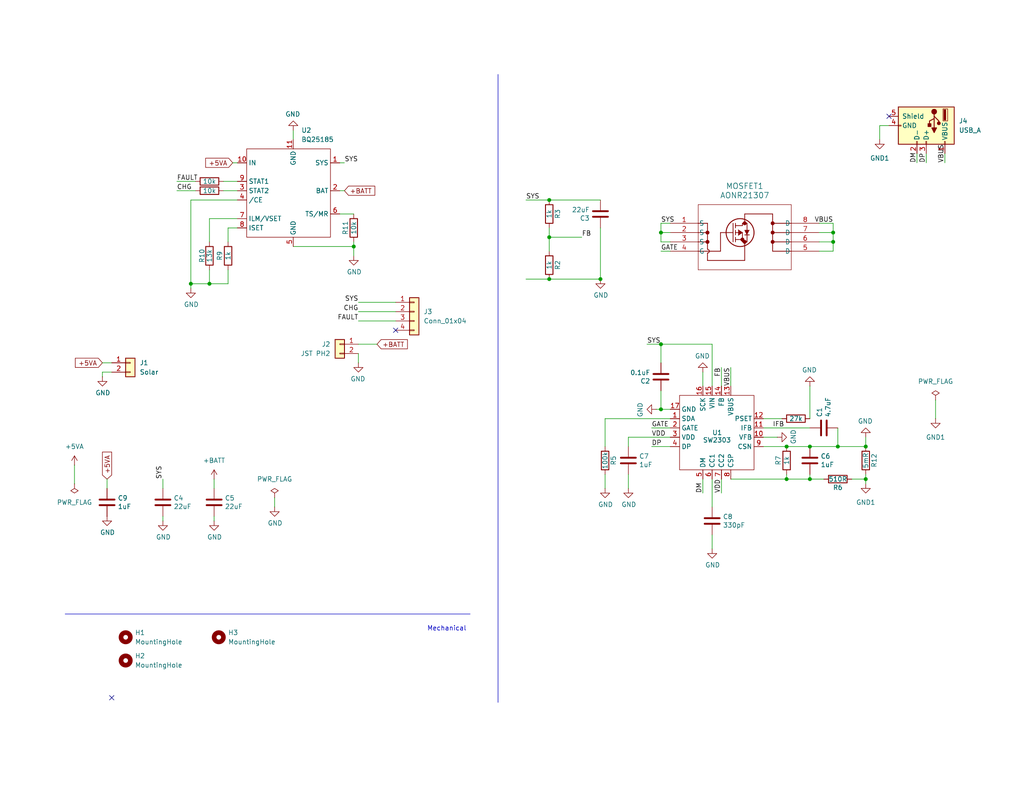
<source format=kicad_sch>
(kicad_sch (version 20231120) (generator "eeschema") (generator_version "8.0")
  (paper "USLetter")
  (title_block (title "Solar Power Bank") (date "2024-12-06") (rev "1.0") (company "Black Hole of Photography") (comment 1 "comment 1") (comment 2 "2"))
  (lib_symbols
    (symbol "Connector:USB_A" (pin_names (offset 1.016))
      (property "Reference" "J" (at -5.08 11.43 0))
      (property "Value" "USB_A" (at -5.08 8.89 0))
      (symbol "USB_A_0_1"
        (rectangle (start -5.08 -7.62) (end 5.08 7.62) (stroke (width 0.254)) (fill (type background)))
        (circle (center -3.81 2.159) (radius 0.635) (stroke (width 0.254)) (fill (type outline)))
        (rectangle (start -1.524 4.826) (end -4.318 5.334) (fill (type outline)))
        (rectangle (start -1.27 4.572) (end -4.572 5.842))
        (circle (center -0.635 3.429) (radius 0.381) (stroke (width 0.254)) (fill (type outline)))
        (rectangle (start -0.127 -7.62) (end 0.127 -6.858))
        (polyline (pts (xy -3.175 2.159) (xy -2.54 2.159) (xy -1.27 3.429) (xy -0.635 3.429)) (stroke (width 0.254)))
        (polyline (pts (xy -2.54 2.159) (xy -1.905 2.159) (xy -1.27 0.889) (xy 0 0.889)) (stroke (width 0.254)))
        (polyline (pts (xy 0.635 2.794) (xy 0.635 1.524) (xy 1.905 2.159) (xy 0.635 2.794)) (stroke (width 0.254)) (fill (type outline)))
        (rectangle (start 0.254 1.27) (end -0.508 0.508) (stroke (width 0.254)) (fill (type outline)))
        (rectangle (start 5.08 -2.667) (end 4.318 -2.413))
        (rectangle (start 5.08 -0.127) (end 4.318 0.127))
        (rectangle (start 5.08 4.953) (end 4.318 5.207))
      )
      (symbol "USB_A_1_1"
        (polyline (pts (xy -1.905 2.159) (xy 0.635 2.159)) (stroke (width 0.254)))
        (pin power_in line (at 7.62 5.08 180) (length 2.54) (name "VBUS") (number "1"))
        (pin bidirectional line (at 7.62 -2.54 180) (length 2.54) (name "D-") (number "2"))
        (pin bidirectional line (at 7.62 0 180) (length 2.54) (name "D+") (number "3"))
        (pin power_in line (at 0 -10.16 90) (length 2.54) (name "GND") (number "4"))
        (pin passive line (at -2.54 -10.16 90) (length 2.54) (name "Shield") (number "5"))
      )
    )
    (symbol "Connector_Generic:Conn_01x02" (pin_names (offset 1.016) hide)
      (property "Reference" "J" (at 0 2.54 0))
      (property "Value" "Conn_01x02" (at 0 -5.08 0))
      (symbol "Conn_01x02_1_1"
        (rectangle (start -1.27 -2.413) (end 0 -2.667) (stroke (width 0.1524)))
        (rectangle (start -1.27 0.127) (end 0 -0.127) (stroke (width 0.1524)))
        (rectangle (start -1.27 1.27) (end 1.27 -3.81) (stroke (width 0.254)) (fill (type background)))
        (pin passive line (at -5.08 0 0) (length 3.81) (name "Pin_1") (number "1"))
        (pin passive line (at -5.08 -2.54 0) (length 3.81) (name "Pin_2") (number "2"))
      )
    )
    (symbol "Connector_Generic:Conn_01x04" (pin_names (offset 1.016) hide)
      (property "Reference" "J" (at 0 5.08 0))
      (property "Value" "Conn_01x04" (at 0 -7.62 0))
      (symbol "Conn_01x04_1_1"
        (rectangle (start -1.27 -4.953) (end 0 -5.207) (stroke (width 0.1524)))
        (rectangle (start -1.27 -2.413) (end 0 -2.667) (stroke (width 0.1524)))
        (rectangle (start -1.27 0.127) (end 0 -0.127) (stroke (width 0.1524)))
        (rectangle (start -1.27 2.667) (end 0 2.413) (stroke (width 0.1524)))
        (rectangle (start -1.27 3.81) (end 1.27 -6.35) (stroke (width 0.254)) (fill (type background)))
        (pin passive line (at -5.08 2.54 0) (length 3.81) (name "Pin_1") (number "1"))
        (pin passive line (at -5.08 0 0) (length 3.81) (name "Pin_2") (number "2"))
        (pin passive line (at -5.08 -2.54 0) (length 3.81) (name "Pin_3") (number "3"))
        (pin passive line (at -5.08 -5.08 0) (length 3.81) (name "Pin_4") (number "4"))
      )
    )
    (symbol "Device:C" (pin_numbers hide) (pin_names (offset 0.254))
      (property "Reference" "C" (at 0.635 2.54 0))
      (property "Value" "C" (at 0.635 -2.54 0))
      (symbol "C_0_1"
        (polyline (pts (xy -2.032 -0.762) (xy 2.032 -0.762)) (stroke (width 0.508)))
        (polyline (pts (xy -2.032 0.762) (xy 2.032 0.762)) (stroke (width 0.508)))
      )
      (symbol "C_1_1"
        (pin passive line (at 0 3.81 270) (length 2.794) (name "~") (number "1"))
        (pin passive line (at 0 -3.81 90) (length 2.794) (name "~") (number "2"))
      )
    )
    (symbol "Device:R" (pin_numbers hide) (pin_names (offset 0))
      (property "Reference" "R" (at 2.032 0 90))
      (property "Value" "R" (at 0 0 90))
      (symbol "R_0_1"
        (rectangle (start -1.016 -2.54) (end 1.016 2.54) (stroke (width 0.254)))
      )
      (symbol "R_1_1"
        (pin passive line (at 0 3.81 270) (length 1.27) (name "~") (number "1"))
        (pin passive line (at 0 -3.81 90) (length 1.27) (name "~") (number "2"))
      )
    )
    (symbol "Mechanical:MountingHole" (pin_names (offset 1.016)) (exclude_from_sim yes) (in_bom no)
      (property "Reference" "H" (at 0 5.08 0))
      (property "Value" "MountingHole" (at 0 3.175 0))
      (symbol "MountingHole_0_1"
        (circle (center 0 0) (radius 1.27) (stroke (width 1.27)))
      )
    )
    (symbol "SolarPowerBank_Library:AONR21307" (pin_names (offset 0.254))
      (property "Reference" "MOSFET" (at 20.32 10.16 0))
      (property "Value" "AONR21307" (at 20.32 7.62 0))
      (symbol "AONR21307_0_1"
        (polyline (pts (xy 7.62 -12.7) (xy 33.02 -12.7)) (stroke (width 0.127)))
        (polyline (pts (xy 7.62 -7.62) (xy 13.716 -7.62)) (stroke (width 0.2032)))
        (polyline (pts (xy 7.62 5.08) (xy 7.62 -12.7)) (stroke (width 0.127)))
        (polyline (pts (xy 10.16 -10.16) (xy 10.16 -8.128)) (stroke (width 0.2032)))
        (polyline (pts (xy 10.16 -7.112) (xy 10.16 0)) (stroke (width 0.2032)))
        (polyline (pts (xy 10.16 -5.08) (xy 7.62 -5.08)) (stroke (width 0.2032)))
        (polyline (pts (xy 10.16 -2.54) (xy 7.62 -2.54)) (stroke (width 0.2032)))
        (polyline (pts (xy 10.16 0) (xy 7.62 0)) (stroke (width 0.2032)))
        (polyline (pts (xy 13.716 -7.62) (xy 13.716 -2.54)) (stroke (width 0.2032)))
        (polyline (pts (xy 13.716 -2.54) (xy 17.145 -2.54)) (stroke (width 0.2032)))
        (polyline (pts (xy 17.145 -5.08) (xy 17.145 0)) (stroke (width 0.2032)))
        (polyline (pts (xy 17.78 -5.08) (xy 17.78 -3.81)) (stroke (width 0.2032)))
        (polyline (pts (xy 17.78 -4.445) (xy 19.685 -4.445)) (stroke (width 0.2032)))
        (polyline (pts (xy 17.78 -3.175) (xy 17.78 -1.905)) (stroke (width 0.2032)))
        (polyline (pts (xy 17.78 -2.54) (xy 19.685 -2.54)) (stroke (width 0.2032)))
        (polyline (pts (xy 17.78 -1.27) (xy 17.78 0)) (stroke (width 0.2032)))
        (polyline (pts (xy 17.78 -0.635) (xy 19.685 -0.635)) (stroke (width 0.2032)))
        (polyline (pts (xy 19.685 -5.08) (xy 19.685 -2.54)) (stroke (width 0.2032)))
        (polyline (pts (xy 19.685 -5.08) (xy 20.955 -5.08)) (stroke (width 0.2032)))
        (polyline (pts (xy 19.685 -0.635) (xy 19.685 0)) (stroke (width 0.2032)))
        (polyline (pts (xy 19.685 0) (xy 20.955 0)) (stroke (width 0.2032)))
        (polyline (pts (xy 20.32 -10.16) (xy 10.16 -10.16)) (stroke (width 0.2032)))
        (polyline (pts (xy 20.32 -10.16) (xy 20.32 -5.08)) (stroke (width 0.2032)))
        (polyline (pts (xy 20.32 0) (xy 20.32 2.54)) (stroke (width 0.2032)))
        (polyline (pts (xy 20.955 -5.08) (xy 20.955 -3.175)) (stroke (width 0.2032)))
        (polyline (pts (xy 20.955 -1.905) (xy 20.955 0)) (stroke (width 0.2032)))
        (polyline (pts (xy 21.59 -3.175) (xy 20.32 -3.175)) (stroke (width 0.2032)))
        (polyline (pts (xy 27.94 -7.62) (xy 27.94 2.54)) (stroke (width 0.2032)))
        (polyline (pts (xy 27.94 -7.62) (xy 33.02 -7.62)) (stroke (width 0.2032)))
        (polyline (pts (xy 27.94 -5.08) (xy 33.02 -5.08)) (stroke (width 0.2032)))
        (polyline (pts (xy 27.94 -2.54) (xy 33.02 -2.54)) (stroke (width 0.2032)))
        (polyline (pts (xy 27.94 0) (xy 33.02 0)) (stroke (width 0.2032)))
        (polyline (pts (xy 27.94 2.54) (xy 20.32 2.54)) (stroke (width 0.2032)))
        (polyline (pts (xy 33.02 -12.7) (xy 33.02 5.08)) (stroke (width 0.127)))
        (polyline (pts (xy 33.02 5.08) (xy 7.62 5.08)) (stroke (width 0.127)))
        (polyline (pts (xy 18.542 -1.778) (xy 19.685 -2.54) (xy 18.542 -3.302)) (fill (type outline)))
        (polyline (pts (xy 21.59 -1.905) (xy 20.32 -1.905) (xy 20.955 -3.175)) (fill (type outline)))
        (arc (start 10.16 -8.128) (mid 10.6657 -7.62) (end 10.16 -7.112) (stroke (width 0.2032)))
        (circle (center 10.16 -5.08) (radius 0.0254) (stroke (width 0.508)))
        (circle (center 10.16 -2.54) (radius 0.0254) (stroke (width 0.508)))
        (circle (center 19.05 -2.54) (radius 3.81) (stroke (width 0.254)))
        (circle (center 19.685 -4.445) (radius 0.0254) (stroke (width 0.508)))
        (circle (center 20.32 -5.08) (radius 0.0254) (stroke (width 0.508)))
        (circle (center 20.32 0) (radius 0.0254) (stroke (width 0.508)))
        (circle (center 27.94 -5.08) (radius 0.0254) (stroke (width 0.508)))
        (circle (center 27.94 -2.54) (radius 0.0254) (stroke (width 0.508)))
        (circle (center 27.94 0) (radius 0.0254) (stroke (width 0.508)))
      )
      (symbol "AONR21307_1_1"
        (pin passive line (at 0 0 0) (length 7.62) (name "S") (number "1"))
        (pin passive line (at 0 -2.54 0) (length 7.62) (name "S") (number "2"))
        (pin passive line (at 0 -5.08 0) (length 7.62) (name "S") (number "3"))
        (pin input line (at 0 -7.62 0) (length 7.62) (name "G") (number "4"))
        (pin passive line (at 40.64 -7.62 180) (length 7.62) (name "D") (number "5"))
        (pin passive line (at 40.64 -5.08 180) (length 7.62) (name "D") (number "6"))
        (pin passive line (at 40.64 -2.54 180) (length 7.62) (name "D") (number "7"))
        (pin passive line (at 40.64 0 180) (length 7.62) (name "D") (number "8"))
      )
    )
    (symbol "SolarPowerBank_Library:BQ25185"
      (property "Reference" "U" (at 0 0 0))
      (property "Value" "BQ25185" (at 0 0 0))
      (symbol "BQ25185_1_1"
        (rectangle (start 7.62 -1.27) (end 30.48 -25.4))
        (pin power_out line (at 33.02 -5.08 180) (length 2.54) (name "SYS") (number "1"))
        (pin input line (at 5.08 -5.08 0) (length 2.54) (name "IN") (number "10"))
        (pin input line (at 20.32 1.27 270) (length 2.54) (name "GND") (number "11"))
        (pin power_out line (at 33.02 -12.7 180) (length 2.54) (name "BAT") (number "2"))
        (pin input line (at 5.08 -12.7 0) (length 2.54) (name "STAT2") (number "3"))
        (pin input line (at 5.08 -15.24 0) (length 2.54) (name "/CE") (number "4"))
        (pin input line (at 20.32 -27.94 90) (length 2.54) (name "GND") (number "5"))
        (pin input line (at 33.02 -19.05 180) (length 2.54) (name "TS/MR") (number "6"))
        (pin input line (at 5.08 -20.32 0) (length 2.54) (name "ILM/VSET") (number "7"))
        (pin input line (at 5.08 -22.86 0) (length 2.54) (name "ISET") (number "8"))
        (pin input line (at 5.08 -10.16 0) (length 2.54) (name "STAT1") (number "9"))
      )
    )
    (symbol "SolarPowerBank_Library:SW2303"
      (property "Reference" "U" (at 0 0 0))
      (property "Value" "SW2303" (at 0 -1.778 0))
      (symbol "SW2303_0_1"
        (rectangle (start -10.16 10.16) (end 10.16 -10.16))
      )
      (symbol "SW2303_1_1"
        (pin input line (at -12.7 3.81 0) (length 2.54) (name "SDA") (number "1"))
        (pin input line (at 12.7 -1.27 180) (length 2.54) (name "VFB") (number "10"))
        (pin input line (at 12.7 1.27 180) (length 2.54) (name "IFB") (number "11"))
        (pin input line (at 12.7 3.81 180) (length 2.54) (name "PSET") (number "12"))
        (pin power_out line (at 3.81 12.7 270) (length 2.54) (name "VBUS") (number "13"))
        (pin input line (at 1.27 12.7 270) (length 2.54) (name "FB") (number "14"))
        (pin power_in line (at -1.27 12.7 270) (length 2.54) (name "VIN") (number "15"))
        (pin input line (at -3.81 12.7 270) (length 2.54) (name "SCK") (number "16"))
        (pin power_in line (at -12.7 6.35 0) (length 2.54) (name "GND") (number "17"))
        (pin output line (at -12.7 1.27 0) (length 2.54) (name "GATE") (number "2"))
        (pin input line (at -12.7 -1.27 0) (length 2.54) (name "VDD") (number "3"))
        (pin input line (at -12.7 -3.81 0) (length 2.54) (name "DP") (number "4"))
        (pin input line (at -3.81 -12.7 90) (length 2.54) (name "DM") (number "5"))
        (pin input line (at -1.27 -12.7 90) (length 2.54) (name "CC1") (number "6"))
        (pin input line (at 1.27 -12.7 90) (length 2.54) (name "CC2") (number "7"))
        (pin input line (at 3.81 -12.7 90) (length 2.54) (name "CSP") (number "8"))
        (pin input line (at 12.7 -3.81 180) (length 2.54) (name "CSN") (number "9"))
      )
    )
    (symbol "power:+5VA" (power) (pin_numbers hide) (pin_names (offset 0) hide)
      (property "Value" "+5VA" (at 0 3.556 0))
      (symbol "+5VA_0_1"
        (polyline (pts (xy -0.762 1.27) (xy 0 2.54)))
        (polyline (pts (xy 0 0) (xy 0 2.54)))
        (polyline (pts (xy 0 2.54) (xy 0.762 1.27)))
      )
      (symbol "+5VA_1_1"
        (pin power_in line (at 0 0 90) (length 0) (name "~") (number "1"))
      )
    )
    (symbol "power:+BATT" (power) (pin_numbers hide) (pin_names (offset 0) hide)
      (property "Value" "+BATT" (at 0 3.556 0))
      (symbol "+BATT_0_1"
        (polyline (pts (xy -0.762 1.27) (xy 0 2.54)))
        (polyline (pts (xy 0 0) (xy 0 2.54)))
        (polyline (pts (xy 0 2.54) (xy 0.762 1.27)))
      )
      (symbol "+BATT_1_1"
        (pin power_in line (at 0 0 90) (length 0) (name "~") (number "1"))
      )
    )
    (symbol "power:GND" (power) (pin_numbers hide) (pin_names (offset 0) hide)
      (property "Value" "GND" (at 0 -3.81 0))
      (symbol "GND_0_1"
        (polyline (pts (xy 0 0) (xy 0 -1.27) (xy 1.27 -1.27) (xy 0 -2.54) (xy -1.27 -1.27) (xy 0 -1.27)))
      )
      (symbol "GND_1_1"
        (pin power_in line (at 0 0 270) (length 0) (name "~") (number "1"))
      )
    )
    (symbol "power:GND1" (power) (pin_numbers hide) (pin_names (offset 0) hide)
      (property "Value" "GND1" (at 0 -3.81 0))
      (symbol "GND1_0_1"
        (polyline (pts (xy 0 0) (xy 0 -1.27) (xy 1.27 -1.27) (xy 0 -2.54) (xy -1.27 -1.27) (xy 0 -1.27)))
      )
      (symbol "GND1_1_1"
        (pin power_in line (at 0 0 270) (length 0) (name "~") (number "1"))
      )
    )
    (symbol "power:PWR_FLAG" (power) (pin_numbers hide) (pin_names (offset 0) hide)
      (property "Value" "PWR_FLAG" (at 0 3.81 0))
      (symbol "PWR_FLAG_0_0"
        (pin power_out line (at 0 0 90) (length 0) (name "~") (number "1"))
      )
      (symbol "PWR_FLAG_0_1"
        (polyline (pts (xy 0 0) (xy 0 1.27) (xy -1.016 1.905) (xy 0 2.54) (xy 1.016 1.905) (xy 0 1.27)))
      )
    )
  )
  (junction (at 227.33 66.04))
  (junction (at 149.86 76.2))
  (junction (at 236.22 130.81))
  (junction (at 52.07 77.47))
  (junction (at 180.34 111.76))
  (junction (at 149.86 64.77))
  (junction (at 96.52 67.31))
  (junction (at 236.22 121.92))
  (junction (at 220.98 130.81))
  (junction (at 149.86 54.61))
  (junction (at 57.15 77.47))
  (junction (at 227.33 63.5))
  (junction (at 180.34 63.5))
  (junction (at 214.63 130.81))
  (junction (at 163.83 76.2))
  (junction (at 220.98 121.92))
  (junction (at 228.6 121.92))
  (junction (at 180.34 93.98))
  (junction (at 214.63 121.92))
  (no_connect (at 30.48 190.5))
  (no_connect (at 107.95 90.17))
  (no_connect (at 242.57 31.75))
  (wire (pts (xy 64.77 44.45) (xy 63.5 44.45)))
  (wire (pts (xy 232.41 130.81) (xy 236.22 130.81)))
  (wire (pts (xy 199.39 130.81) (xy 214.63 130.81)))
  (wire (pts (xy 74.93 135.89) (xy 74.93 138.43)))
  (wire (pts (xy 44.45 130.81) (xy 44.45 133.35)))
  (wire (pts (xy 80.01 35.56) (xy 80.01 38.1)))
  (wire (pts (xy 171.45 129.54) (xy 171.45 133.35)))
  (wire (pts (xy 180.34 68.58) (xy 182.88 68.58)))
  (wire (pts (xy 223.52 63.5) (xy 227.33 63.5)))
  (wire (pts (xy 52.07 77.47) (xy 52.07 78.74)))
  (wire (pts (xy 214.63 130.81) (xy 214.63 129.54)))
  (wire (pts (xy 194.31 105.41) (xy 194.31 93.98)))
  (wire (pts (xy 194.31 146.05) (xy 194.31 149.86)))
  (wire (pts (xy 64.77 59.69) (xy 57.15 59.69)))
  (polyline (pts (xy 135.89 20.32) (xy 135.89 191.77)))
  (wire (pts (xy 255.27 109.22) (xy 255.27 114.3)))
  (polyline (pts (xy 17.78 167.64) (xy 128.27 167.64)))
  (wire (pts (xy 180.34 60.96) (xy 182.88 60.96)))
  (wire (pts (xy 97.79 82.55) (xy 107.95 82.55)))
  (wire (pts (xy 227.33 60.96) (xy 227.33 63.5)))
  (wire (pts (xy 220.98 129.54) (xy 220.98 130.81)))
  (wire (pts (xy 176.53 93.98) (xy 180.34 93.98)))
  (wire (pts (xy 180.34 63.5) (xy 180.34 66.04)))
  (wire (pts (xy 223.52 68.58) (xy 227.33 68.58)))
  (wire (pts (xy 64.77 62.23) (xy 62.23 62.23)))
  (wire (pts (xy 57.15 77.47) (xy 52.07 77.47)))
  (wire (pts (xy 208.28 119.38) (xy 212.09 119.38)))
  (wire (pts (xy 257.81 41.91) (xy 257.81 44.45)))
  (wire (pts (xy 177.8 121.92) (xy 182.88 121.92)))
  (wire (pts (xy 191.77 130.81) (xy 191.77 134.62)))
  (wire (pts (xy 214.63 121.92) (xy 220.98 121.92)))
  (wire (pts (xy 143.51 76.2) (xy 149.86 76.2)))
  (wire (pts (xy 30.48 101.6) (xy 27.94 101.6)))
  (wire (pts (xy 57.15 59.69) (xy 57.15 66.04)))
  (wire (pts (xy 60.96 49.53) (xy 64.77 49.53)))
  (wire (pts (xy 180.34 93.98) (xy 180.34 99.06)))
  (wire (pts (xy 236.22 130.81) (xy 236.22 129.54)))
  (wire (pts (xy 179.07 111.76) (xy 180.34 111.76)))
  (wire (pts (xy 48.26 52.07) (xy 53.34 52.07)))
  (wire (pts (xy 97.79 85.09) (xy 107.95 85.09)))
  (wire (pts (xy 165.1 114.3) (xy 165.1 121.92)))
  (wire (pts (xy 180.34 66.04) (xy 182.88 66.04)))
  (wire (pts (xy 242.57 34.29) (xy 240.03 34.29)))
  (wire (pts (xy 52.07 54.61) (xy 52.07 77.47)))
  (wire (pts (xy 92.71 58.42) (xy 96.52 58.42)))
  (wire (pts (xy 250.19 41.91) (xy 250.19 44.45)))
  (wire (pts (xy 29.21 130.81) (xy 29.21 133.35)))
  (wire (pts (xy 227.33 66.04) (xy 227.33 68.58)))
  (wire (pts (xy 163.83 76.2) (xy 149.86 76.2)))
  (wire (pts (xy 64.77 54.61) (xy 52.07 54.61)))
  (wire (pts (xy 180.34 63.5) (xy 182.88 63.5)))
  (wire (pts (xy 223.52 60.96) (xy 227.33 60.96)))
  (wire (pts (xy 236.22 119.38) (xy 236.22 121.92)))
  (wire (pts (xy 208.28 121.92) (xy 214.63 121.92)))
  (wire (pts (xy 228.6 121.92) (xy 220.98 121.92)))
  (wire (pts (xy 194.31 138.43) (xy 194.31 130.81)))
  (wire (pts (xy 27.94 101.6) (xy 27.94 102.87)))
  (wire (pts (xy 96.52 69.85) (xy 96.52 67.31)))
  (wire (pts (xy 149.86 62.23) (xy 149.86 64.77)))
  (wire (pts (xy 62.23 62.23) (xy 62.23 66.04)))
  (wire (pts (xy 58.42 130.81) (xy 58.42 133.35)))
  (wire (pts (xy 191.77 101.6) (xy 191.77 105.41)))
  (wire (pts (xy 149.86 64.77) (xy 149.86 68.58)))
  (wire (pts (xy 196.85 130.81) (xy 196.85 134.62)))
  (wire (pts (xy 102.87 93.98) (xy 97.79 93.98)))
  (wire (pts (xy 48.26 49.53) (xy 53.34 49.53)))
  (wire (pts (xy 92.71 52.07) (xy 93.98 52.07)))
  (wire (pts (xy 80.01 67.31) (xy 96.52 67.31)))
  (wire (pts (xy 62.23 73.66) (xy 62.23 77.47)))
  (wire (pts (xy 60.96 52.07) (xy 64.77 52.07)))
  (wire (pts (xy 199.39 100.33) (xy 199.39 105.41)))
  (wire (pts (xy 96.52 67.31) (xy 96.52 66.04)))
  (wire (pts (xy 20.32 127) (xy 20.32 132.08)))
  (wire (pts (xy 92.71 44.45) (xy 93.98 44.45)))
  (wire (pts (xy 58.42 142.24) (xy 58.42 140.97)))
  (wire (pts (xy 149.86 54.61) (xy 163.83 54.61)))
  (wire (pts (xy 240.03 34.29) (xy 240.03 38.1)))
  (wire (pts (xy 236.22 121.92) (xy 228.6 121.92)))
  (wire (pts (xy 177.8 116.84) (xy 182.88 116.84)))
  (wire (pts (xy 180.34 106.68) (xy 180.34 111.76)))
  (wire (pts (xy 220.98 114.3) (xy 220.98 105.41)))
  (wire (pts (xy 180.34 93.98) (xy 194.31 93.98)))
  (wire (pts (xy 171.45 121.92) (xy 171.45 119.38)))
  (wire (pts (xy 208.28 116.84) (xy 220.98 116.84)))
  (wire (pts (xy 228.6 116.84) (xy 228.6 121.92)))
  (wire (pts (xy 97.79 87.63) (xy 107.95 87.63)))
  (wire (pts (xy 223.52 66.04) (xy 227.33 66.04)))
  (wire (pts (xy 44.45 142.24) (xy 44.45 140.97)))
  (wire (pts (xy 182.88 114.3) (xy 165.1 114.3)))
  (wire (pts (xy 236.22 130.81) (xy 236.22 132.08)))
  (wire (pts (xy 57.15 73.66) (xy 57.15 77.47)))
  (wire (pts (xy 97.79 96.52) (xy 97.79 99.06)))
  (wire (pts (xy 220.98 130.81) (xy 224.79 130.81)))
  (wire (pts (xy 214.63 130.81) (xy 220.98 130.81)))
  (wire (pts (xy 149.86 54.61) (xy 143.51 54.61)))
  (wire (pts (xy 196.85 100.33) (xy 196.85 105.41)))
  (wire (pts (xy 171.45 119.38) (xy 182.88 119.38)))
  (wire (pts (xy 180.34 60.96) (xy 180.34 63.5)))
  (wire (pts (xy 165.1 129.54) (xy 165.1 133.35)))
  (wire (pts (xy 227.33 63.5) (xy 227.33 66.04)))
  (wire (pts (xy 27.94 99.06) (xy 30.48 99.06)))
  (wire (pts (xy 208.28 114.3) (xy 213.36 114.3)))
  (wire (pts (xy 252.73 41.91) (xy 252.73 44.45)))
  (wire (pts (xy 62.23 77.47) (xy 57.15 77.47)))
  (wire (pts (xy 163.83 62.23) (xy 163.83 76.2)))
  (wire (pts (xy 180.34 111.76) (xy 182.88 111.76)))
  (wire (pts (xy 149.86 64.77) (xy 158.75 64.77)))
  (text "Mechanical" (at 121.92 171.704 0) (effects (font (size 1.27 1.27))))
  (label "VBUS" (at 257.81 44.45 90))
  (label "VDD" (at 177.8 119.38 0))
  (label "SYS" (at 143.51 54.61 0))
  (label "SYS" (at 97.79 82.55 180))
  (label "IFB" (at 210.82 116.84 0))
  (label "SYS" (at 180.34 60.96 0))
  (label "SYS" (at 44.45 130.81 90))
  (label "DP" (at 177.8 121.92 0))
  (label "CHG" (at 97.79 85.09 180))
  (label "SYS" (at 93.98 44.45 0))
  (label "DM" (at 191.77 134.62 90))
  (label "SYS" (at 176.53 93.98 0))
  (label "VBUS" (at 227.33 60.96 180))
  (label "DM" (at 250.19 44.45 90))
  (label "GATE" (at 177.8 116.84 0))
  (label "FB" (at 196.85 100.33 270))
  (label "CHG" (at 48.26 52.07 0))
  (label "VDD" (at 196.85 134.62 90))
  (label "DP" (at 252.73 44.45 90))
  (label "FAULT" (at 97.79 87.63 180))
  (label "GATE" (at 180.34 68.58 0))
  (label "VBUS" (at 199.39 100.33 270))
  (label "FB" (at 158.75 64.77 0))
  (label "FAULT" (at 48.26 49.53 0))
  (global_label "+5VA" (shape input) (at 63.5 44.45 180) (property "Intersheetrefs" "${INTERSHEET_REFS}" (effects (hide yes))))
  (global_label "+5VA" (shape input) (at 27.94 99.06 180) (property "Intersheetrefs" "${INTERSHEET_REFS}" (effects (hide yes))))
  (global_label "+BATT" (shape input) (at 93.98 52.07 0) (property "Intersheetrefs" "${INTERSHEET_REFS}" (effects (hide yes))))
  (global_label "+BATT" (shape input) (at 102.87 93.98 0) (property "Intersheetrefs" "${INTERSHEET_REFS}" (effects (hide yes))))
  (global_label "+5VA" (shape input) (at 29.21 130.81 90) (property "Intersheetrefs" "${INTERSHEET_REFS}" (effects (hide yes))))
  (symbol (lib_id "Device:C") (at 220.98 125.73 0) (unit 1)
    (property "Reference" "C6" (at 223.901 124.5616 0) (effects (justify left)))
    (property "Value" "1uF" (at 223.901 126.873 0) (effects (justify left)))
    (property "Footprint" "Capacitor_SMD:C_1206_3216Metric_Pad1.33x1.80mm_HandSolder" (effects (hide yes)))
    (property "Description" "SYS" (effects (hide yes)))
  )
  (symbol (lib_id "power:+5VA") (at 20.32 127 0) (unit 1)
    (property "Reference" "#PWR012" (effects (hide yes)))
    (property "Value" "+5VA" (at 20.32 121.92 0))
    (property "Description" "Power symbol creates a global label with name \"+5VA\"" (effects (hide yes)))
  )
  (symbol (lib_id "power:GND") (at 52.07 78.74 0) (unit 1)
    (property "Reference" "#PWR010" (effects (hide yes)))
    (property "Value" "GND" (at 52.197 83.1342 0))
    (property "Description" "Power symbol creates a global label with name \"GND\" , ground" (effects (hide yes)))
  )
  (symbol (lib_id "Device:R") (at 96.52 62.23 0) (unit 1)
    (property "Reference" "R11" (at 94.234 62.23 90))
    (property "Value" "10k" (at 96.52 62.23 90))
    (property "Footprint" "Resistor_SMD:R_1206_3216Metric_Pad1.30x1.75mm_HandSolder" (effects (hide yes)))
  )
  (symbol (lib_id "SolarPowerBank_Library:BQ25185") (at 59.69 39.37 0) (unit 1)
    (property "Reference" "U2" (at 82.2041 35.56 0) (effects (justify left)))
    (property "Value" "BQ25185" (at 82.2041 38.1 0) (effects (justify left)))
    (property "Footprint" "SolarPowerBankLibrary:WSON-10-1EP_2.2x2.0mm_P0.4_ThermalVias-HandSolder" (effects (hide yes)))
    (property "Datasheet" "https://www.ti.com/lit/ds/symlink/bq25185.pdf" (effects (hide yes)))
    (property "Description" "1-Cell, 1-A Standalone Linear Battery Charger" (effects (hide yes)))
  )
  (symbol (lib_id "power:GND") (at 194.31 149.86 0) (unit 1)
    (property "Reference" "#PWR03" (effects (hide yes)))
    (property "Value" "GND" (at 194.437 154.2542 0))
    (property "Description" "Power symbol creates a global label with name \"GND\" , ground" (effects (hide yes)))
  )
  (symbol (lib_id "power:GND") (at 80.01 35.56 180) (unit 1)
    (property "Reference" "#PWR05" (effects (hide yes)))
    (property "Value" "GND" (at 79.883 31.1658 0))
    (property "Description" "Power symbol creates a global label with name \"GND\" , ground" (effects (hide yes)))
  )
  (symbol (lib_id "Device:C") (at 180.34 102.87 180) (unit 1)
    (property "Reference" "C2" (at 177.419 104.0384 0) (effects (justify left)))
    (property "Value" "0.1uF" (at 177.419 101.727 0) (effects (justify left)))
    (property "Footprint" "Capacitor_SMD:C_1206_3216Metric_Pad1.33x1.80mm_HandSolder" (effects (hide yes)))
    (property "Description" "SYS" (effects (hide yes)))
  )
  (symbol (lib_id "Mechanical:MountingHole") (at 59.69 173.99 0) (unit 1) (exclude_from_sim yes) (in_bom no)
    (property "Reference" "H3" (at 62.23 172.7199 0) (effects (justify left)))
    (property "Value" "MountingHole" (at 62.23 175.2599 0) (effects (justify left)))
    (property "Footprint" "MountingHole:MountingHole_3.5mm" (effects (hide yes)))
    (property "Description" "Mounting Hole without connection" (effects (hide yes)))
  )
  (symbol (lib_id "Device:C") (at 171.45 125.73 0) (unit 1)
    (property "Reference" "C7" (at 174.371 124.5616 0) (effects (justify left)))
    (property "Value" "1uF" (at 174.371 126.873 0) (effects (justify left)))
    (property "Footprint" "Capacitor_SMD:C_1206_3216Metric_Pad1.33x1.80mm_HandSolder" (effects (hide yes)))
    (property "Description" "SYS" (effects (hide yes)))
  )
  (symbol (lib_id "Mechanical:MountingHole") (at 34.29 173.99 0) (unit 1) (exclude_from_sim yes) (in_bom no)
    (property "Reference" "H1" (at 36.83 172.7199 0) (effects (justify left)))
    (property "Value" "MountingHole" (at 36.83 175.2599 0) (effects (justify left)))
    (property "Footprint" "MountingHole:MountingHole_3.5mm" (effects (hide yes)))
    (property "Description" "Mounting Hole without connection" (effects (hide yes)))
  )
  (symbol (lib_id "power:GND1") (at 236.22 132.08 0) (unit 1)
    (property "Reference" "#PWR024" (effects (hide yes)))
    (property "Value" "GND1" (at 236.22 137.16 0))
    (property "Description" "Power symbol creates a global label with name \"GND1\" , ground" (effects (hide yes)))
  )
  (symbol (lib_id "power:GND") (at 212.09 119.38 90) (unit 1)
    (property "Reference" "#PWR021" (effects (hide yes)))
    (property "Value" "GND" (at 216.4842 119.253 0))
    (property "Description" "Power symbol creates a global label with name \"GND\" , ground" (effects (hide yes)))
  )
  (symbol (lib_id "power:GND") (at 58.42 142.24 0) (unit 1)
    (property "Reference" "#PWR07" (effects (hide yes)))
    (property "Value" "GND" (at 58.547 146.6342 0))
    (property "Description" "Power symbol creates a global label with name \"GND\" , ground" (effects (hide yes)))
  )
  (symbol (lib_id "power:GND") (at 179.07 111.76 270) (unit 1)
    (property "Reference" "#PWR027" (effects (hide yes)))
    (property "Value" "GND" (at 174.6758 111.887 0))
    (property "Description" "Power symbol creates a global label with name \"GND\" , ground" (effects (hide yes)))
  )
  (symbol (lib_id "SolarPowerBank_Library:SW2303") (at 195.58 118.11 0) (unit 1)
    (property "Reference" "U1" (at 194.31 118.11 0) (effects (justify left)))
    (property "Value" "SW2303" (at 191.77 120.142 0) (effects (justify left)))
    (property "Footprint" "SolarPowerBankLibrary:QFN-16-1EP_4x4mm_P0.65mm_EP2.15x2.15mm_ThermalVias-HandSolder" (effects (hide yes)))
    (property "Datasheet" "http://www.ismartware.cn/upload/goods/20220721/202207211507542921.pdf" (effects (hide yes)))
    (property "Description" "USB PD And QC Protocols Controller" (effects (hide yes)))
  )
  (symbol (lib_id "Device:R") (at 214.63 125.73 0) (unit 1)
    (property "Reference" "R7" (at 212.344 125.73 90))
    (property "Value" "1k" (at 214.63 125.73 90))
    (property "Footprint" "Resistor_SMD:R_1206_3216Metric_Pad1.30x1.75mm_HandSolder" (effects (hide yes)))
  )
  (symbol (lib_id "Mechanical:MountingHole") (at 34.29 180.34 0) (unit 1) (exclude_from_sim yes) (in_bom no)
    (property "Reference" "H2" (at 36.83 179.0699 0) (effects (justify left)))
    (property "Value" "MountingHole" (at 36.83 181.6099 0) (effects (justify left)))
    (property "Footprint" "MountingHole:MountingHole_3.5mm" (effects (hide yes)))
    (property "Description" "Mounting Hole without connection" (effects (hide yes)))
  )
  (symbol (lib_id "Device:C") (at 29.21 137.16 0) (unit 1)
    (property "Reference" "C9" (at 32.131 135.9916 0) (effects (justify left)))
    (property "Value" "1uF" (at 32.131 138.303 0) (effects (justify left)))
    (property "Footprint" "Capacitor_SMD:C_1206_3216Metric_Pad1.33x1.80mm_HandSolder" (effects (hide yes)))
  )
  (symbol (lib_id "power:GND") (at 44.45 142.24 0) (unit 1)
    (property "Reference" "#PWR04" (effects (hide yes)))
    (property "Value" "GND" (at 44.577 146.6342 0))
    (property "Description" "Power symbol creates a global label with name \"GND\" , ground" (effects (hide yes)))
  )
  (symbol (lib_id "power:PWR_FLAG") (at 20.32 132.08 180) (unit 1)
    (property "Reference" "#FLG03" (effects (hide yes)))
    (property "Value" "PWR_FLAG" (at 20.32 137.16 0))
    (property "Description" "Special symbol for telling ERC where power comes from" (effects (hide yes)))
  )
  (symbol (lib_id "power:PWR_FLAG") (at 255.27 109.22 0) (unit 1)
    (property "Reference" "#FLG02" (effects (hide yes)))
    (property "Value" "PWR_FLAG" (at 255.27 104.14 0))
    (property "Description" "Special symbol for telling ERC where power comes from" (effects (hide yes)))
  )
  (symbol (lib_id "power:GND") (at 236.22 119.38 180) (unit 1)
    (property "Reference" "#PWR022" (effects (hide yes)))
    (property "Value" "GND" (at 236.093 114.9858 0))
    (property "Description" "Power symbol creates a global label with name \"GND\" , ground" (effects (hide yes)))
  )
  (symbol (lib_id "Connector:USB_A") (at 252.73 34.29 270) (unit 1)
    (property "Reference" "J4" (at 261.62 33.0199 90) (effects (justify left)))
    (property "Value" "USB_A" (at 261.62 35.5599 90) (effects (justify left)))
    (property "Footprint" "Connector_PinHeader_2.54mm:PinHeader_1x05_P2.54mm_Vertical" (effects (hide yes)))
    (property "Description" "USB Type A connector" (effects (hide yes)))
  )
  (symbol (lib_id "Device:C") (at 194.31 142.24 0) (unit 1)
    (property "Reference" "C8" (at 197.231 141.0716 0) (effects (justify left)))
    (property "Value" "330pF" (at 197.231 143.383 0) (effects (justify left)))
    (property "Footprint" "Capacitor_SMD:C_1206_3216Metric_Pad1.33x1.80mm_HandSolder" (effects (hide yes)))
    (property "Description" "SYS" (effects (hide yes)))
  )
  (symbol (lib_id "Device:R") (at 217.17 114.3 90) (unit 1)
    (property "Reference" "R1" (effects (hide yes)))
    (property "Value" "27k" (at 217.17 114.3 90))
    (property "Footprint" "Resistor_SMD:R_1206_3216Metric_Pad1.30x1.75mm_HandSolder" (effects (hide yes)))
  )
  (symbol (lib_id "Device:R") (at 62.23 69.85 0) (unit 1)
    (property "Reference" "R9" (at 59.944 69.85 90))
    (property "Value" "1k" (at 62.23 69.85 90))
    (property "Footprint" "Resistor_SMD:R_1206_3216Metric_Pad1.30x1.75mm_HandSolder" (effects (hide yes)))
  )
  (symbol (lib_id "Device:C") (at 44.45 137.16 0) (unit 1)
    (property "Reference" "C4" (at 47.371 135.9916 0) (effects (justify left)))
    (property "Value" "22uF" (at 47.371 138.303 0) (effects (justify left)))
    (property "Footprint" "Capacitor_SMD:C_1206_3216Metric_Pad1.33x1.80mm_HandSolder" (effects (hide yes)))
    (property "Description" "SYS" (effects (hide yes)))
  )
  (symbol (lib_id "Device:R") (at 228.6 130.81 90) (unit 1)
    (property "Reference" "R6" (at 228.6 133.096 90))
    (property "Value" "510R" (at 228.6 130.81 90))
    (property "Footprint" "Resistor_SMD:R_1206_3216Metric_Pad1.30x1.75mm_HandSolder" (effects (hide yes)))
  )
  (symbol (lib_id "Device:C") (at 224.79 116.84 90) (unit 1)
    (property "Reference" "C1" (at 223.6216 113.919 0) (effects (justify left)))
    (property "Value" "4.7uF" (at 225.933 113.919 0) (effects (justify left)))
    (property "Footprint" "Capacitor_SMD:C_1206_3216Metric_Pad1.33x1.80mm_HandSolder" (effects (hide yes)))
    (property "Description" "SYS" (effects (hide yes)))
  )
  (symbol (lib_id "Connector_Generic:Conn_01x02") (at 92.71 93.98 0) (mirror y) (unit 1)
    (property "Reference" "J2" (at 90.17 93.9799 0) (effects (justify left)))
    (property "Value" "JST PH2" (at 90.17 96.5199 0) (effects (justify left)))
    (property "Footprint" "Connector_JST:JST_PH_S2B-PH-K_1x02_P2.00mm_Horizontal" (effects (hide yes)))
    (property "Description" "Generic connector, single row, 01x02, script generated (kicad-library-utils/schlib/autogen/connector/)" (effects (hide yes)))
  )
  (symbol (lib_id "power:GND") (at 74.93 138.43 0) (unit 1)
    (property "Reference" "#PWR015" (effects (hide yes)))
    (property "Value" "GND" (at 75.057 142.8242 0))
    (property "Description" "Power symbol creates a global label with name \"GND\" , ground" (effects (hide yes)))
  )
  (symbol (lib_id "Device:R") (at 149.86 72.39 180) (unit 1)
    (property "Reference" "R2" (at 152.146 72.39 90))
    (property "Value" "1k" (at 149.86 72.39 90))
    (property "Footprint" "Resistor_SMD:R_1206_3216Metric_Pad1.30x1.75mm_HandSolder" (effects (hide yes)))
  )
  (symbol (lib_id "power:GND") (at 96.52 69.85 0) (unit 1)
    (property "Reference" "#PWR09" (effects (hide yes)))
    (property "Value" "GND" (at 96.647 74.2442 0))
    (property "Description" "Power symbol creates a global label with name \"GND\" , ground" (effects (hide yes)))
  )
  (symbol (lib_id "power:+BATT") (at 58.42 130.81 0) (unit 1)
    (property "Reference" "#PWR011" (effects (hide yes)))
    (property "Value" "+BATT" (at 58.42 125.73 0))
    (property "Description" "Power symbol creates a global label with name \"+BATT\"" (effects (hide yes)))
  )
  (symbol (lib_id "power:GND") (at 29.21 140.97 0) (unit 1)
    (property "Reference" "#PWR08" (effects (hide yes)))
    (property "Value" "GND" (at 29.337 145.3642 0))
    (property "Description" "Power symbol creates a global label with name \"GND\" , ground" (effects (hide yes)))
  )
  (symbol (lib_id "power:PWR_FLAG") (at 74.93 135.89 0) (unit 1)
    (property "Reference" "#FLG01" (effects (hide yes)))
    (property "Value" "PWR_FLAG" (at 74.93 130.81 0))
    (property "Description" "Special symbol for telling ERC where power comes from" (effects (hide yes)))
  )
  (symbol (lib_id "Device:R") (at 236.22 125.73 180) (unit 1)
    (property "Reference" "R12" (at 238.506 125.73 90))
    (property "Value" "5mR" (at 236.22 125.73 90))
    (property "Footprint" "Resistor_SMD:R_1206_3216Metric_Pad1.30x1.75mm_HandSolder" (effects (hide yes)))
  )
  (symbol (lib_id "power:GND") (at 97.79 99.06 0) (mirror y) (unit 1)
    (property "Reference" "#PWR014" (effects (hide yes)))
    (property "Value" "GND" (at 97.663 103.4542 0))
    (property "Description" "Power symbol creates a global label with name \"GND\" , ground" (effects (hide yes)))
  )
  (symbol (lib_id "power:GND") (at 220.98 105.41 180) (unit 1)
    (property "Reference" "#PWR02" (effects (hide yes)))
    (property "Value" "GND" (at 220.853 101.0158 0))
    (property "Description" "Power symbol creates a global label with name \"GND\" , ground" (effects (hide yes)))
  )
  (symbol (lib_id "Device:R") (at 165.1 125.73 180) (unit 1)
    (property "Reference" "R5" (at 167.386 125.73 90))
    (property "Value" "100k" (at 165.1 125.73 90))
    (property "Footprint" "Resistor_SMD:R_1206_3216Metric_Pad1.30x1.75mm_HandSolder" (effects (hide yes)))
  )
  (symbol (lib_id "power:GND") (at 27.94 102.87 0) (unit 1)
    (property "Reference" "#PWR01" (effects (hide yes)))
    (property "Value" "GND" (at 28.067 107.2642 0))
    (property "Description" "Power symbol creates a global label with name \"GND\" , ground" (effects (hide yes)))
  )
  (symbol (lib_id "power:GND1") (at 255.27 114.3 0) (unit 1)
    (property "Reference" "#PWR06" (effects (hide yes)))
    (property "Value" "GND1" (at 255.27 119.38 0))
    (property "Description" "Power symbol creates a global label with name \"GND1\" , ground" (effects (hide yes)))
  )
  (symbol (lib_id "Device:C") (at 163.83 58.42 180) (unit 1)
    (property "Reference" "C3" (at 160.909 59.5884 0) (effects (justify left)))
    (property "Value" "22uF" (at 160.909 57.277 0) (effects (justify left)))
    (property "Footprint" "Capacitor_SMD:C_1206_3216Metric_Pad1.33x1.80mm_HandSolder" (effects (hide yes)))
    (property "Description" "SYS" (effects (hide yes)))
  )
  (symbol (lib_id "Device:R") (at 57.15 52.07 90) (unit 1)
    (property "Reference" "R4" (effects (hide yes)))
    (property "Value" "10k" (at 57.15 52.07 90))
    (property "Footprint" "Resistor_SMD:R_1206_3216Metric_Pad1.30x1.75mm_HandSolder" (effects (hide yes)))
  )
  (symbol (lib_id "power:GND1") (at 240.03 38.1 0) (unit 1)
    (property "Reference" "#PWR023" (effects (hide yes)))
    (property "Value" "GND1" (at 240.03 43.18 0))
    (property "Description" "Power symbol creates a global label with name \"GND1\" , ground" (effects (hide yes)))
  )
  (symbol (lib_id "Device:R") (at 57.15 69.85 0) (unit 1)
    (property "Reference" "R10" (at 55.118 69.85 90))
    (property "Value" "13k" (at 57.15 69.85 90))
    (property "Footprint" "Resistor_SMD:R_1206_3216Metric_Pad1.30x1.75mm_HandSolder" (effects (hide yes)))
  )
  (symbol (lib_id "Device:C") (at 58.42 137.16 0) (unit 1)
    (property "Reference" "C5" (at 61.341 135.9916 0) (effects (justify left)))
    (property "Value" "22uF" (at 61.341 138.303 0) (effects (justify left)))
    (property "Footprint" "Capacitor_SMD:C_1206_3216Metric_Pad1.33x1.80mm_HandSolder" (effects (hide yes)))
    (property "Description" "SYS" (effects (hide yes)))
  )
  (symbol (lib_id "Connector_Generic:Conn_01x04") (at 113.03 85.09 0) (unit 1)
    (property "Reference" "J3" (at 115.57 85.0899 0) (effects (justify left)))
    (property "Value" "Conn_01x04" (at 115.57 87.6299 0) (effects (justify left)))
    (property "Footprint" "Connector_PinHeader_2.54mm:PinHeader_2x02_P2.54mm_Vertical" (effects (hide yes)))
    (property "Description" "Generic connector, single row, 01x04, script generated (kicad-library-utils/schlib/autogen/connector/)" (effects (hide yes)))
  )
  (symbol (lib_id "power:GND") (at 191.77 101.6 180) (unit 1)
    (property "Reference" "#PWR028" (effects (hide yes)))
    (property "Value" "GND" (at 191.643 97.2058 0))
    (property "Description" "Power symbol creates a global label with name \"GND\" , ground" (effects (hide yes)))
  )
  (symbol (lib_id "Connector_Generic:Conn_01x02") (at 35.56 99.06 0) (unit 1)
    (property "Reference" "J1" (at 38.1 99.0599 0) (effects (justify left)))
    (property "Value" "Solar" (at 38.1 101.5999 0) (effects (justify left)))
    (property "Footprint" "Connector_PinHeader_2.54mm:PinHeader_1x02_P2.54mm_Vertical" (effects (hide yes)))
    (property "Description" "Generic connector, single row, 01x02, script generated (kicad-library-utils/schlib/autogen/connector/)" (effects (hide yes)))
  )
  (symbol (lib_id "Device:R") (at 149.86 58.42 180) (unit 1)
    (property "Reference" "R3" (at 152.146 58.42 90))
    (property "Value" "1k" (at 149.86 58.42 90))
    (property "Footprint" "Resistor_SMD:R_1206_3216Metric_Pad1.30x1.75mm_HandSolder" (effects (hide yes)))
  )
  (symbol (lib_id "power:GND") (at 165.1 133.35 0) (unit 1)
    (property "Reference" "#PWR017" (effects (hide yes)))
    (property "Value" "GND" (at 165.227 137.7442 0))
    (property "Description" "Power symbol creates a global label with name \"GND\" , ground" (effects (hide yes)))
  )
  (symbol (lib_id "power:GND") (at 163.83 76.2 0) (unit 1)
    (property "Reference" "#PWR020" (effects (hide yes)))
    (property "Value" "GND" (at 163.957 80.5942 0))
    (property "Description" "Power symbol creates a global label with name \"GND\" , ground" (effects (hide yes)))
  )
  (symbol (lib_id "Device:R") (at 57.15 49.53 90) (unit 1)
    (property "Reference" "R8" (effects (hide yes)))
    (property "Value" "10k" (at 57.15 49.53 90))
    (property "Footprint" "Resistor_SMD:R_1206_3216Metric_Pad1.30x1.75mm_HandSolder" (effects (hide yes)))
  )
  (symbol (lib_id "power:GND") (at 171.45 133.35 0) (unit 1)
    (property "Reference" "#PWR026" (effects (hide yes)))
    (property "Value" "GND" (at 171.577 137.7442 0))
    (property "Description" "Power symbol creates a global label with name \"GND\" , ground" (effects (hide yes)))
  )
  (symbol (lib_id "SolarPowerBank_Library:AONR21307") (at 182.88 60.96 0) (unit 1)
    (property "Reference" "MOSFET1" (at 203.2 50.8 0) (effects (font (size 1.524 1.524))))
    (property "Value" "AONR21307" (at 203.2 53.34 0) (effects (font (size 1.524 1.524))))
    (property "Footprint" "SolarPowerBankLibrary:DFN3x3A_8L_EP1_P" (effects (hide yes)))
    (property "Datasheet" "https://www.aosmd.com/sites/default/files/res/datasheets/AONR21307.pdf" (effects (hide yes)))
    (property "Description" "30V P-Channel MOSFET" (effects (hide yes)))
  )
)
</source>
